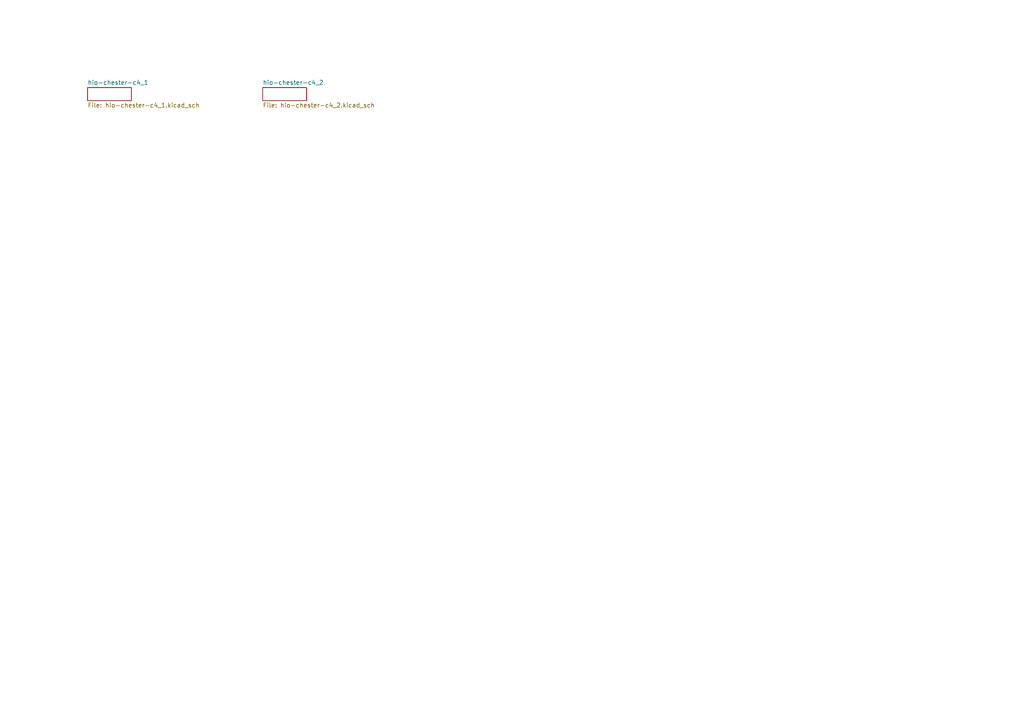
<source format=kicad_sch>
(kicad_sch (version 20230121) (generator eeschema)
  (paper "A4")
  (lib_symbols)
  (sheet (at 76.2 25.4) (size 12.7 3.81)
    (property "Sheetname" "hio-chester-c4_2" (at 76.2 24.6884 0) (effects (justify left bottom)))
    (property "Sheetfile" "hio-chester-c4_2.kicad_sch" (at 76.2 29.7946 0) (effects (justify left top)))
  )
  (sheet (at 25.4 25.4) (size 12.7 3.81)
    (property "Sheetname" "hio-chester-c4_1" (at 25.4 24.6884 0) (effects (justify left bottom)))
    (property "Sheetfile" "hio-chester-c4_1.kicad_sch" (at 25.4 29.7946 0) (effects (justify left top)))
  )
)
</source>
